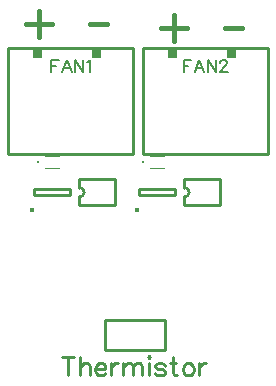
<source format=gto>
G04 DipTrace 2.4.0.1*
%INfanexpansion.frontsilk.gto*%
%MOIN*%
%ADD10C,0.0098*%
%ADD16C,0.0039*%
%ADD17C,0.0079*%
%ADD22C,0.0154*%
%ADD57C,0.0062*%
%ADD58C,0.0093*%
%FSLAX44Y44*%
G04*
G70*
G90*
G75*
G01*
%LNTopSilk*%
%LPD*%
X5826Y11509D2*
D16*
X6298D1*
X5826Y11115D2*
X6298D1*
D17*
X5590Y11312D3*
X9326Y11509D2*
D16*
X9798D1*
X9326Y11115D2*
X9798D1*
D17*
X9090Y11312D3*
X8767Y15137D2*
D10*
X4594D1*
Y11594D1*
X8767D1*
Y15137D1*
G36*
X7702Y14790D2*
X7388D1*
Y15105D1*
X7702D1*
Y14790D1*
G37*
G36*
X5735D2*
X5421D1*
Y15105D1*
X5735D1*
Y14790D1*
G37*
X13267Y15137D2*
D10*
X9094D1*
Y11594D1*
X13267D1*
Y15137D1*
G36*
X12202Y14790D2*
X11888D1*
Y15105D1*
X12202D1*
Y14790D1*
G37*
G36*
X10235D2*
X9921D1*
Y15105D1*
X10235D1*
Y14790D1*
G37*
D22*
X5380Y9712D3*
X5472Y10214D2*
D10*
X6653D1*
Y10410D1*
X5472D1*
Y10214D1*
D22*
X8880Y9712D3*
X8972Y10214D2*
D10*
X10153D1*
Y10410D1*
X8972D1*
Y10214D1*
X9812Y6062D2*
X7812D1*
Y5062D1*
X9812D1*
Y6062D1*
X6971Y9879D2*
X8153D1*
X6971Y10745D2*
X8153D1*
Y9879D2*
Y10745D1*
X6971Y9879D2*
Y10154D1*
Y10470D2*
Y10745D1*
Y10154D2*
G03X6971Y10470I0J158D01*
G01*
X10471Y9879D2*
X11653D1*
X10471Y10745D2*
X11653D1*
Y9879D2*
Y10745D1*
X10471Y9879D2*
Y10154D1*
Y10470D2*
Y10745D1*
Y10154D2*
G03X10471Y10470I0J158D01*
G01*
X6284Y14723D2*
D57*
X6035D1*
Y14321D1*
Y14531D2*
X6188D1*
X6714Y14321D2*
X6561Y14723D1*
X6408Y14321D1*
X6465Y14455D2*
X6657D1*
X7106Y14723D2*
Y14321D1*
X6838Y14723D1*
Y14321D1*
X7229Y14646D2*
X7268Y14665D1*
X7325Y14722D1*
Y14321D1*
X10698Y14723D2*
X10449D1*
Y14321D1*
Y14531D2*
X10602D1*
X11128Y14321D2*
X10975Y14723D1*
X10822Y14321D1*
X10879Y14455D2*
X11071D1*
X11520Y14723D2*
Y14321D1*
X11252Y14723D1*
Y14321D1*
X11663Y14627D2*
Y14646D1*
X11682Y14684D1*
X11701Y14703D1*
X11739Y14722D1*
X11816D1*
X11854Y14703D1*
X11873Y14684D1*
X11892Y14646D1*
Y14608D1*
X11873Y14569D1*
X11835Y14512D1*
X11643Y14321D1*
X11911D1*
X5617Y16353D2*
D22*
Y15492D1*
X5187Y15922D2*
X6048D1*
X7329D2*
X7882D1*
X10117Y16228D2*
Y15367D1*
X9687Y15797D2*
X10548D1*
X11829D2*
X12382D1*
X6607Y4811D2*
D58*
Y4208D1*
X6406Y4811D2*
X6808D1*
X6993D2*
Y4208D1*
Y4495D2*
X7080Y4581D1*
X7137Y4610D1*
X7223D1*
X7281Y4581D1*
X7309Y4495D1*
Y4208D1*
X7494Y4437D2*
X7839D1*
Y4495D1*
X7810Y4553D1*
X7781Y4581D1*
X7724Y4610D1*
X7638D1*
X7581Y4581D1*
X7523Y4524D1*
X7494Y4437D1*
Y4380D1*
X7523Y4294D1*
X7581Y4237D1*
X7638Y4208D1*
X7724D1*
X7781Y4237D1*
X7839Y4294D1*
X8024Y4610D2*
Y4208D1*
Y4437D2*
X8053Y4524D1*
X8110Y4581D1*
X8168Y4610D1*
X8254D1*
X8439D2*
Y4208D1*
Y4495D2*
X8525Y4581D1*
X8583Y4610D1*
X8669D1*
X8726Y4581D1*
X8755Y4495D1*
Y4208D1*
Y4495D2*
X8841Y4581D1*
X8899Y4610D1*
X8984D1*
X9042Y4581D1*
X9071Y4495D1*
Y4208D1*
X9257Y4811D2*
X9285Y4782D1*
X9314Y4811D1*
X9285Y4840D1*
X9257Y4811D1*
X9285Y4610D2*
Y4208D1*
X9815Y4524D2*
X9787Y4581D1*
X9700Y4610D1*
X9614D1*
X9528Y4581D1*
X9500Y4524D1*
X9528Y4466D1*
X9586Y4437D1*
X9729Y4409D1*
X9787Y4380D1*
X9815Y4323D1*
Y4294D1*
X9787Y4237D1*
X9700Y4208D1*
X9614D1*
X9528Y4237D1*
X9500Y4294D1*
X10087Y4811D2*
Y4323D1*
X10115Y4237D1*
X10173Y4208D1*
X10230D1*
X10000Y4610D2*
X10201D1*
X10558D2*
X10501Y4581D1*
X10444Y4524D1*
X10415Y4437D1*
Y4380D1*
X10444Y4294D1*
X10501Y4237D1*
X10558Y4208D1*
X10645D1*
X10702Y4237D1*
X10759Y4294D1*
X10789Y4380D1*
Y4437D1*
X10759Y4524D1*
X10702Y4581D1*
X10645Y4610D1*
X10558D1*
X10974D2*
Y4208D1*
Y4437D2*
X11003Y4524D1*
X11060Y4581D1*
X11118Y4610D1*
X11204D1*
M02*

</source>
